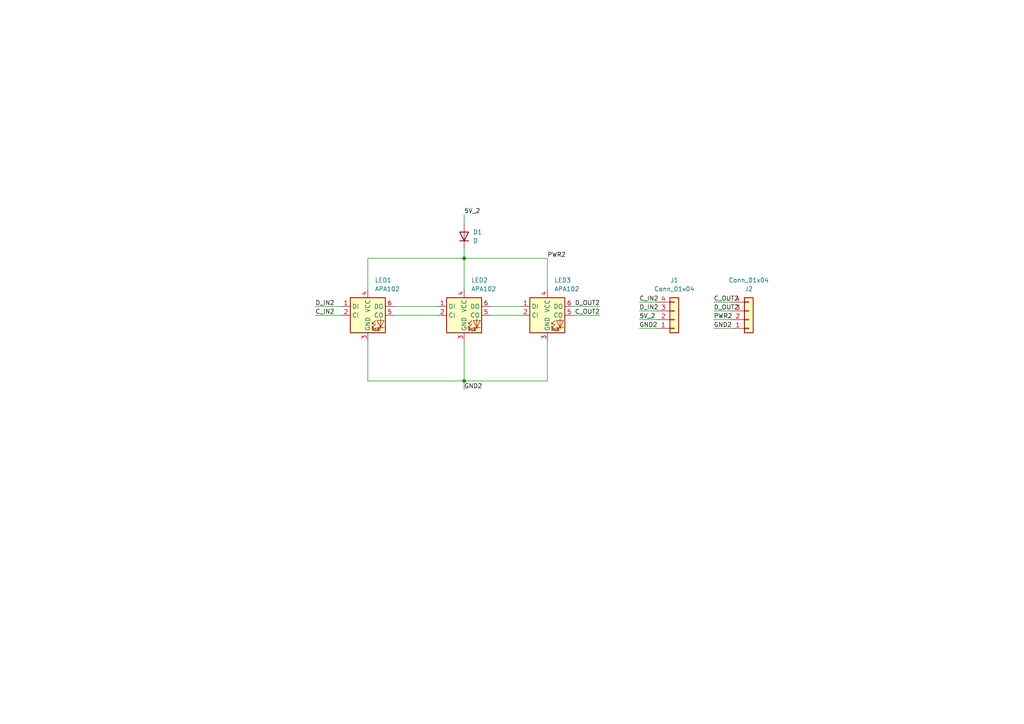
<source format=kicad_sch>
(kicad_sch (version 20211123) (generator eeschema)
  (paper "A4")
  (lib_symbols
    (symbol "Connector_Generic:Conn_01x04" (pin_names (offset 1.016) hide)
      (property "Reference" "J" (at 0 5.08 0))
      (property "Value" "Conn_01x04" (at 0 -7.62 0))
      (symbol "Conn_01x04_1_1"
        (rectangle (start -1.27 -4.953) (end 0 -5.207) (stroke (width 0.1524)))
        (rectangle (start -1.27 -2.413) (end 0 -2.667) (stroke (width 0.1524)))
        (rectangle (start -1.27 0.127) (end 0 -0.127) (stroke (width 0.1524)))
        (rectangle (start -1.27 2.667) (end 0 2.413) (stroke (width 0.1524)))
        (rectangle (start -1.27 3.81) (end 1.27 -6.35) (stroke (width 0.254)) (fill (type background)))
        (pin passive line (at -5.08 2.54 0) (length 3.81) (name "Pin_1") (number "1"))
        (pin passive line (at -5.08 0 0) (length 3.81) (name "Pin_2") (number "2"))
        (pin passive line (at -5.08 -2.54 0) (length 3.81) (name "Pin_3") (number "3"))
        (pin passive line (at -5.08 -5.08 0) (length 3.81) (name "Pin_4") (number "4"))
      )
    )
    (symbol "Device:D" (pin_numbers hide) (pin_names (offset 1.016) hide)
      (property "Reference" "D" (at 0 2.54 0))
      (property "Value" "D" (at 0 -2.54 0))
      (symbol "D_0_1"
        (polyline (pts (xy -1.27 1.27) (xy -1.27 -1.27)) (stroke (width 0.254)))
        (polyline (pts (xy 1.27 0) (xy -1.27 0)))
        (polyline (pts (xy 1.27 1.27) (xy 1.27 -1.27) (xy -1.27 0) (xy 1.27 1.27)) (stroke (width 0.254)))
      )
      (symbol "D_1_1"
        (pin passive line (at -3.81 0 0) (length 2.54) (name "K") (number "1"))
        (pin passive line (at 3.81 0 180) (length 2.54) (name "A") (number "2"))
      )
    )
    (symbol "LED:APA102"
      (property "Reference" "D" (at 5.08 5.715 0))
      (property "Value" "APA102" (at 1.27 -5.715 0))
      (symbol "APA102_0_0"
        (text "RGB" (at 2.286 -4.191 0) (effects (font (size 0.762 0.762))))
      )
      (symbol "APA102_0_1"
        (polyline (pts (xy 1.27 -3.556) (xy 1.778 -3.556)))
        (polyline (pts (xy 1.27 -2.54) (xy 1.778 -2.54)))
        (polyline (pts (xy 4.699 -3.556) (xy 2.667 -3.556)))
        (polyline (pts (xy 2.286 -2.54) (xy 1.27 -3.556) (xy 1.27 -3.048)))
        (polyline (pts (xy 2.286 -1.524) (xy 1.27 -2.54) (xy 1.27 -2.032)))
        (polyline (pts (xy 3.683 -1.016) (xy 3.683 -3.556) (xy 3.683 -4.064)))
        (polyline (pts (xy 4.699 -1.524) (xy 2.667 -1.524) (xy 3.683 -3.556) (xy 4.699 -1.524)))
        (rectangle (start 5.08 5.08) (end -5.08 -5.08) (stroke (width 0.254)) (fill (type background)))
      )
      (symbol "APA102_1_1"
        (pin input line (at -7.62 2.54 0) (length 2.54) (name "DI") (number "1"))
        (pin input line (at -7.62 0 0) (length 2.54) (name "CI") (number "2"))
        (pin power_in line (at 0 -7.62 90) (length 2.54) (name "GND") (number "3"))
        (pin power_in line (at 0 7.62 270) (length 2.54) (name "VCC") (number "4"))
        (pin output line (at 7.62 0 180) (length 2.54) (name "CO") (number "5"))
        (pin output line (at 7.62 2.54 180) (length 2.54) (name "DO") (number "6"))
      )
    )
  )
  (junction (at 134.62 110.49))
  (junction (at 134.62 74.93))
  (wire (pts (xy 185.42 92.71) (xy 190.5 92.71)))
  (wire (pts (xy 106.68 74.93) (xy 134.62 74.93)))
  (wire (pts (xy 207.01 90.17) (xy 212.09 90.17)))
  (wire (pts (xy 185.42 90.17) (xy 190.5 90.17)))
  (wire (pts (xy 166.37 88.9) (xy 173.99 88.9)))
  (wire (pts (xy 134.62 74.93) (xy 134.62 83.82)))
  (wire (pts (xy 114.3 88.9) (xy 127 88.9)))
  (wire (pts (xy 158.75 99.06) (xy 158.75 110.49)))
  (wire (pts (xy 158.75 74.93) (xy 134.62 74.93)))
  (wire (pts (xy 190.5 95.25) (xy 185.42 95.25)))
  (wire (pts (xy 212.09 87.63) (xy 207.01 87.63)))
  (wire (pts (xy 212.09 95.25) (xy 207.01 95.25)))
  (wire (pts (xy 142.24 91.44) (xy 151.13 91.44)))
  (wire (pts (xy 106.68 99.06) (xy 106.68 110.49)))
  (wire (pts (xy 106.68 83.82) (xy 106.68 74.93)))
  (wire (pts (xy 142.24 88.9) (xy 151.13 88.9)))
  (wire (pts (xy 166.37 91.44) (xy 173.99 91.44)))
  (wire (pts (xy 134.62 62.23) (xy 134.62 64.77)))
  (wire (pts (xy 114.3 91.44) (xy 127 91.44)))
  (wire (pts (xy 207.01 92.71) (xy 212.09 92.71)))
  (wire (pts (xy 134.62 110.49) (xy 134.62 113.03)))
  (wire (pts (xy 185.42 87.63) (xy 190.5 87.63)))
  (wire (pts (xy 134.62 110.49) (xy 158.75 110.49)))
  (wire (pts (xy 106.68 110.49) (xy 134.62 110.49)))
  (wire (pts (xy 158.75 83.82) (xy 158.75 74.93)))
  (wire (pts (xy 91.44 91.44) (xy 99.06 91.44)))
  (wire (pts (xy 134.62 99.06) (xy 134.62 110.49)))
  (wire (pts (xy 134.62 72.39) (xy 134.62 74.93)))
  (wire (pts (xy 91.44 88.9) (xy 99.06 88.9)))
  (label "D_OUT2" (at 207.01 90.17 0))
  (label "D_OUT2" (at 173.99 88.9 180))
  (label "5V_2" (at 134.62 62.23 0))
  (label "D_IN2" (at 185.42 90.17 0))
  (label "C_OUT2" (at 207.01 87.63 0))
  (label "C_OUT2" (at 173.99 91.44 180))
  (label "PWR2" (at 207.01 92.71 0))
  (label "PWR2" (at 158.75 74.93 0))
  (label "5V_2" (at 185.42 92.71 0))
  (label "GND2" (at 134.62 113.03 0))
  (label "D_IN2" (at 91.44 88.9 0))
  (label "GND2" (at 185.42 95.25 0))
  (label "C_IN2" (at 185.42 87.63 0))
  (label "C_IN2" (at 91.44 91.44 0))
  (label "GND2" (at 207.01 95.25 0))
  (symbol (lib_id "Device:D") (at 134.62 68.58 90) (unit 1)
    (property "Reference" "D1" (at 137.16 67.3099 90) (effects (justify right)))
    (property "Value" "D" (at 137.16 69.8499 90) (effects (justify right)))
    (property "Footprint" "Diode_SMD:D_SOD-123" (effects hide))
  )
  (symbol (lib_id "LED:APA102") (at 134.62 91.44 0) (unit 1)
    (property "Reference" "LED2" (at 136.6394 81.28 0) (effects (justify left)))
    (property "Value" "APA102" (at 136.6394 83.82 0) (effects (justify left)))
    (property "Footprint" "LED_SMD:LED_RGB_5050-6" (effects hide))
    (property "Datasheet" "http://www.led-color.com/upload/201506/APA102%20LED.pdf" (effects hide))
  )
  (symbol (lib_id "Connector_Generic:Conn_01x04") (at 217.17 92.71 0) (mirror x) (unit 1)
    (property "Reference" "J2" (at 217.17 83.82 0))
    (property "Value" "Conn_01x04" (at 217.17 81.28 0))
    (property "Footprint" "Connector_JST:JST_SH_SM04B-SRSS-TB_1x04-1MP_P1.00mm_Horizontal" (effects hide))
  )
  (symbol (lib_id "LED:APA102") (at 106.68 91.44 0) (unit 1)
    (property "Reference" "LED1" (at 108.6994 81.28 0) (effects (justify left)))
    (property "Value" "APA102" (at 108.6994 83.82 0) (effects (justify left)))
    (property "Footprint" "LED_SMD:LED_RGB_5050-6" (effects hide))
    (property "Datasheet" "http://www.led-color.com/upload/201506/APA102%20LED.pdf" (effects hide))
  )
  (symbol (lib_id "Connector_Generic:Conn_01x04") (at 195.58 92.71 0) (mirror x) (unit 1)
    (property "Reference" "J1" (at 195.58 81.28 0))
    (property "Value" "Conn_01x04" (at 195.58 83.82 0))
    (property "Footprint" "Connector_JST:JST_SH_SM04B-SRSS-TB_1x04-1MP_P1.00mm_Horizontal" (effects hide))
  )
  (symbol (lib_id "LED:APA102") (at 158.75 91.44 0) (unit 1)
    (property "Reference" "LED3" (at 160.7694 81.28 0) (effects (justify left)))
    (property "Value" "APA102" (at 160.7694 83.82 0) (effects (justify left)))
    (property "Footprint" "LED_SMD:LED_RGB_5050-6" (effects hide))
    (property "Datasheet" "http://www.led-color.com/upload/201506/APA102%20LED.pdf" (effects hide))
  )
)
</source>
